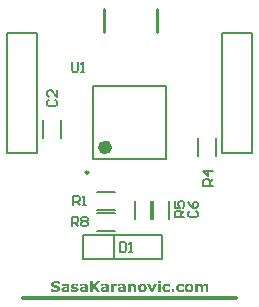
<source format=gto>
G04*
G04 #@! TF.GenerationSoftware,Altium Limited,Altium Designer,21.0.8 (223)*
G04*
G04 Layer_Color=65535*
%FSLAX25Y25*%
%MOIN*%
G70*
G04*
G04 #@! TF.SameCoordinates,D91FEFE4-16E7-4BF4-AD38-342E90C75360*
G04*
G04*
G04 #@! TF.FilePolarity,Positive*
G04*
G01*
G75*
%ADD10C,0.02362*%
%ADD11C,0.00984*%
%ADD12C,0.01000*%
%ADD13C,0.00787*%
%ADD14C,0.00800*%
%ADD15C,0.00700*%
%ADD16C,0.01181*%
%ADD17C,0.00591*%
G36*
X53571Y-93376D02*
X52665D01*
Y-92728D01*
X53571D01*
Y-93376D01*
D02*
G37*
G36*
X18832Y-92826D02*
X18877D01*
X18922Y-92830D01*
X19025Y-92839D01*
X19144Y-92851D01*
X19267Y-92867D01*
X19394Y-92892D01*
X19398D01*
X19410Y-92896D01*
X19427Y-92900D01*
X19451Y-92904D01*
X19480Y-92908D01*
X19517Y-92917D01*
X19554Y-92929D01*
X19599Y-92937D01*
X19689Y-92962D01*
X19792Y-92990D01*
X19890Y-93023D01*
X19988Y-93060D01*
Y-93872D01*
X19886D01*
X19882Y-93864D01*
X19869Y-93856D01*
X19853Y-93843D01*
X19832Y-93831D01*
X19808Y-93814D01*
X19746Y-93774D01*
X19669Y-93728D01*
X19578Y-93683D01*
X19476Y-93634D01*
X19365Y-93589D01*
X19361D01*
X19353Y-93585D01*
X19336Y-93577D01*
X19312Y-93573D01*
X19283Y-93560D01*
X19250Y-93552D01*
X19213Y-93544D01*
X19172Y-93532D01*
X19074Y-93511D01*
X18967Y-93491D01*
X18853Y-93478D01*
X18734Y-93474D01*
X18664D01*
X18627Y-93478D01*
X18590Y-93482D01*
X18504Y-93491D01*
X18500D01*
X18484Y-93495D01*
X18463Y-93499D01*
X18434Y-93503D01*
X18402Y-93511D01*
X18369Y-93523D01*
X18291Y-93548D01*
X18287D01*
X18274Y-93556D01*
X18258Y-93564D01*
X18238Y-93577D01*
X18184Y-93609D01*
X18131Y-93659D01*
X18127Y-93663D01*
X18123Y-93671D01*
X18111Y-93687D01*
X18098Y-93704D01*
X18086Y-93728D01*
X18078Y-93757D01*
X18069Y-93790D01*
X18065Y-93823D01*
Y-93827D01*
Y-93847D01*
X18069Y-93872D01*
X18078Y-93901D01*
X18090Y-93937D01*
X18111Y-93970D01*
X18135Y-94007D01*
X18172Y-94036D01*
X18176Y-94040D01*
X18192Y-94048D01*
X18221Y-94060D01*
X18262Y-94081D01*
X18316Y-94102D01*
X18385Y-94122D01*
X18426Y-94134D01*
X18471Y-94147D01*
X18520Y-94159D01*
X18574Y-94171D01*
X18582D01*
X18607Y-94179D01*
X18643Y-94188D01*
X18693Y-94196D01*
X18750Y-94208D01*
X18812Y-94225D01*
X18947Y-94253D01*
X18955D01*
X18980Y-94261D01*
X19017Y-94270D01*
X19062Y-94278D01*
X19119Y-94294D01*
X19185Y-94311D01*
X19259Y-94331D01*
X19332Y-94356D01*
X19336D01*
X19349Y-94360D01*
X19369Y-94368D01*
X19398Y-94380D01*
X19431Y-94393D01*
X19472Y-94409D01*
X19558Y-94450D01*
X19656Y-94503D01*
X19755Y-94565D01*
X19849Y-94634D01*
X19894Y-94675D01*
X19931Y-94717D01*
X19935Y-94721D01*
X19939Y-94729D01*
X19947Y-94741D01*
X19964Y-94757D01*
X19976Y-94782D01*
X19992Y-94807D01*
X20013Y-94840D01*
X20029Y-94876D01*
X20050Y-94917D01*
X20066Y-94963D01*
X20099Y-95065D01*
X20120Y-95180D01*
X20124Y-95245D01*
X20128Y-95311D01*
Y-95315D01*
Y-95336D01*
X20124Y-95360D01*
X20120Y-95397D01*
X20115Y-95442D01*
X20103Y-95491D01*
X20091Y-95549D01*
X20074Y-95610D01*
X20050Y-95680D01*
X20021Y-95746D01*
X19984Y-95819D01*
X19939Y-95889D01*
X19890Y-95959D01*
X19832Y-96029D01*
X19763Y-96094D01*
X19685Y-96160D01*
X19681Y-96164D01*
X19664Y-96172D01*
X19640Y-96188D01*
X19603Y-96209D01*
X19558Y-96233D01*
X19504Y-96262D01*
X19443Y-96291D01*
X19369Y-96320D01*
X19287Y-96352D01*
X19197Y-96381D01*
X19099Y-96410D01*
X18988Y-96434D01*
X18873Y-96455D01*
X18750Y-96471D01*
X18619Y-96479D01*
X18480Y-96484D01*
X18406D01*
X18369Y-96479D01*
X18324D01*
X18274Y-96475D01*
X18221D01*
X18098Y-96467D01*
X17971Y-96451D01*
X17840Y-96434D01*
X17713Y-96410D01*
X17709D01*
X17700Y-96406D01*
X17680Y-96402D01*
X17660Y-96398D01*
X17631Y-96389D01*
X17594Y-96377D01*
X17557Y-96369D01*
X17516Y-96356D01*
X17422Y-96328D01*
X17319Y-96295D01*
X17213Y-96254D01*
X17106Y-96213D01*
Y-95364D01*
X17204D01*
X17209Y-95368D01*
X17217Y-95372D01*
X17233Y-95385D01*
X17254Y-95401D01*
X17282Y-95422D01*
X17311Y-95442D01*
X17348Y-95467D01*
X17389Y-95491D01*
X17483Y-95549D01*
X17590Y-95606D01*
X17709Y-95664D01*
X17836Y-95713D01*
X17840D01*
X17852Y-95717D01*
X17869Y-95725D01*
X17897Y-95729D01*
X17926Y-95741D01*
X17963Y-95750D01*
X18004Y-95762D01*
X18049Y-95770D01*
X18151Y-95795D01*
X18266Y-95811D01*
X18385Y-95828D01*
X18508Y-95832D01*
X18566D01*
X18598Y-95828D01*
X18635D01*
X18676Y-95824D01*
X18725Y-95819D01*
X18730D01*
X18750Y-95815D01*
X18775D01*
X18803Y-95807D01*
X18877Y-95795D01*
X18914Y-95783D01*
X18947Y-95770D01*
X18951D01*
X18963Y-95762D01*
X18984Y-95754D01*
X19008Y-95741D01*
X19066Y-95709D01*
X19119Y-95668D01*
X19123Y-95664D01*
X19131Y-95655D01*
X19140Y-95639D01*
X19156Y-95618D01*
X19168Y-95590D01*
X19176Y-95557D01*
X19185Y-95520D01*
X19189Y-95475D01*
Y-95471D01*
Y-95455D01*
X19185Y-95434D01*
X19176Y-95405D01*
X19164Y-95377D01*
X19144Y-95340D01*
X19119Y-95307D01*
X19086Y-95274D01*
X19082Y-95270D01*
X19070Y-95262D01*
X19045Y-95245D01*
X19013Y-95225D01*
X18971Y-95204D01*
X18922Y-95184D01*
X18865Y-95163D01*
X18799Y-95147D01*
X18795D01*
X18791Y-95143D01*
X18779D01*
X18767Y-95139D01*
X18725Y-95131D01*
X18672Y-95118D01*
X18611Y-95102D01*
X18537Y-95090D01*
X18459Y-95073D01*
X18377Y-95057D01*
X18369D01*
X18357Y-95053D01*
X18340Y-95049D01*
X18295Y-95040D01*
X18242Y-95028D01*
X18180Y-95012D01*
X18111Y-94995D01*
X17963Y-94950D01*
X17959D01*
X17942Y-94942D01*
X17922Y-94934D01*
X17889Y-94926D01*
X17852Y-94909D01*
X17811Y-94893D01*
X17766Y-94872D01*
X17717Y-94848D01*
X17610Y-94790D01*
X17504Y-94725D01*
X17405Y-94647D01*
X17360Y-94606D01*
X17319Y-94561D01*
Y-94557D01*
X17311Y-94548D01*
X17303Y-94536D01*
X17290Y-94516D01*
X17274Y-94491D01*
X17258Y-94462D01*
X17241Y-94429D01*
X17225Y-94389D01*
X17204Y-94348D01*
X17188Y-94298D01*
X17155Y-94196D01*
X17135Y-94073D01*
X17131Y-94007D01*
X17127Y-93942D01*
Y-93937D01*
Y-93921D01*
X17131Y-93892D01*
X17135Y-93860D01*
X17139Y-93819D01*
X17151Y-93769D01*
X17163Y-93716D01*
X17184Y-93655D01*
X17204Y-93593D01*
X17233Y-93528D01*
X17270Y-93462D01*
X17315Y-93396D01*
X17364Y-93327D01*
X17422Y-93261D01*
X17491Y-93199D01*
X17569Y-93138D01*
X17573Y-93134D01*
X17590Y-93126D01*
X17614Y-93109D01*
X17651Y-93089D01*
X17692Y-93064D01*
X17746Y-93040D01*
X17807Y-93011D01*
X17877Y-92978D01*
X17955Y-92949D01*
X18041Y-92921D01*
X18135Y-92896D01*
X18234Y-92871D01*
X18344Y-92851D01*
X18459Y-92835D01*
X18578Y-92826D01*
X18705Y-92822D01*
X18795D01*
X18832Y-92826D01*
D02*
G37*
G36*
X44564Y-93683D02*
X44601Y-93687D01*
X44642Y-93691D01*
X44691Y-93700D01*
X44740Y-93712D01*
X44847Y-93741D01*
X44904Y-93761D01*
X44961Y-93786D01*
X45015Y-93814D01*
X45068Y-93851D01*
X45117Y-93888D01*
X45166Y-93933D01*
X45171Y-93937D01*
X45179Y-93946D01*
X45191Y-93958D01*
X45203Y-93979D01*
X45224Y-94007D01*
X45244Y-94040D01*
X45265Y-94077D01*
X45289Y-94122D01*
X45314Y-94171D01*
X45335Y-94225D01*
X45355Y-94286D01*
X45375Y-94356D01*
X45388Y-94429D01*
X45400Y-94507D01*
X45408Y-94594D01*
X45412Y-94684D01*
Y-96418D01*
X44556D01*
Y-95098D01*
Y-95090D01*
Y-95069D01*
Y-95036D01*
X44551Y-94995D01*
Y-94946D01*
X44547Y-94893D01*
X44535Y-94774D01*
Y-94766D01*
X44531Y-94749D01*
X44527Y-94721D01*
X44523Y-94684D01*
X44506Y-94606D01*
X44494Y-94573D01*
X44482Y-94540D01*
X44478Y-94536D01*
X44473Y-94524D01*
X44461Y-94507D01*
X44445Y-94491D01*
X44424Y-94466D01*
X44400Y-94446D01*
X44371Y-94425D01*
X44338Y-94409D01*
X44334D01*
X44322Y-94401D01*
X44301Y-94397D01*
X44273Y-94389D01*
X44236Y-94380D01*
X44195Y-94376D01*
X44141Y-94368D01*
X44043D01*
X44010Y-94372D01*
X43977Y-94376D01*
X43936Y-94384D01*
X43850Y-94409D01*
X43846D01*
X43830Y-94417D01*
X43805Y-94425D01*
X43772Y-94438D01*
X43736Y-94454D01*
X43690Y-94475D01*
X43645Y-94499D01*
X43592Y-94528D01*
Y-96418D01*
X42735D01*
Y-93753D01*
X43592D01*
Y-94048D01*
X43596Y-94044D01*
X43600Y-94040D01*
X43613Y-94032D01*
X43629Y-94020D01*
X43674Y-93987D01*
X43731Y-93950D01*
X43797Y-93905D01*
X43871Y-93860D01*
X43949Y-93814D01*
X44027Y-93778D01*
X44031D01*
X44035Y-93774D01*
X44047Y-93769D01*
X44063Y-93761D01*
X44104Y-93745D01*
X44162Y-93728D01*
X44232Y-93712D01*
X44314Y-93696D01*
X44400Y-93683D01*
X44494Y-93679D01*
X44535D01*
X44564Y-93683D01*
D02*
G37*
G36*
X68696D02*
X68733Y-93687D01*
X68774Y-93691D01*
X68819Y-93700D01*
X68868Y-93712D01*
X68975Y-93745D01*
X69033Y-93765D01*
X69086Y-93790D01*
X69139Y-93819D01*
X69188Y-93856D01*
X69238Y-93897D01*
X69283Y-93942D01*
X69287Y-93946D01*
X69291Y-93954D01*
X69303Y-93970D01*
X69319Y-93991D01*
X69336Y-94015D01*
X69352Y-94048D01*
X69373Y-94085D01*
X69397Y-94130D01*
X69418Y-94179D01*
X69438Y-94237D01*
X69455Y-94298D01*
X69471Y-94364D01*
X69488Y-94434D01*
X69500Y-94511D01*
X69504Y-94594D01*
X69508Y-94684D01*
Y-96418D01*
X68651D01*
Y-95086D01*
Y-95081D01*
Y-95077D01*
Y-95053D01*
Y-95016D01*
Y-94971D01*
X68647Y-94917D01*
Y-94864D01*
X68643Y-94807D01*
X68639Y-94753D01*
Y-94749D01*
Y-94729D01*
X68635Y-94704D01*
X68631Y-94675D01*
X68614Y-94602D01*
X68602Y-94565D01*
X68590Y-94532D01*
Y-94528D01*
X68581Y-94520D01*
X68573Y-94503D01*
X68557Y-94487D01*
X68541Y-94466D01*
X68520Y-94446D01*
X68491Y-94425D01*
X68463Y-94409D01*
X68458D01*
X68446Y-94401D01*
X68426Y-94397D01*
X68401Y-94389D01*
X68364Y-94380D01*
X68323Y-94376D01*
X68274Y-94368D01*
X68176D01*
X68151Y-94372D01*
X68118Y-94376D01*
X68085Y-94384D01*
X68007Y-94405D01*
X68003D01*
X67991Y-94413D01*
X67967Y-94421D01*
X67938Y-94434D01*
X67901Y-94450D01*
X67860Y-94471D01*
X67815Y-94499D01*
X67761Y-94528D01*
Y-96418D01*
X66905D01*
Y-95086D01*
Y-95081D01*
Y-95077D01*
Y-95053D01*
Y-95016D01*
Y-94971D01*
X66900Y-94921D01*
Y-94864D01*
X66896Y-94811D01*
X66892Y-94757D01*
Y-94749D01*
Y-94733D01*
X66888Y-94708D01*
X66884Y-94675D01*
X66868Y-94602D01*
X66855Y-94565D01*
X66843Y-94532D01*
Y-94528D01*
X66835Y-94520D01*
X66823Y-94503D01*
X66810Y-94487D01*
X66769Y-94446D01*
X66712Y-94409D01*
X66708D01*
X66695Y-94401D01*
X66675Y-94397D01*
X66650Y-94389D01*
X66614Y-94380D01*
X66572Y-94376D01*
X66523Y-94368D01*
X66449D01*
X66425Y-94372D01*
X66392Y-94376D01*
X66355Y-94380D01*
X66314Y-94389D01*
X66269Y-94405D01*
X66224Y-94421D01*
X66220Y-94425D01*
X66203Y-94429D01*
X66183Y-94442D01*
X66154Y-94454D01*
X66122Y-94471D01*
X66089Y-94487D01*
X66015Y-94528D01*
Y-96418D01*
X65158D01*
Y-93753D01*
X66015D01*
Y-94048D01*
X66019Y-94044D01*
X66023Y-94040D01*
X66035Y-94032D01*
X66052Y-94020D01*
X66093Y-93987D01*
X66150Y-93950D01*
X66212Y-93905D01*
X66281Y-93860D01*
X66359Y-93819D01*
X66433Y-93778D01*
X66437D01*
X66441Y-93774D01*
X66454Y-93769D01*
X66470Y-93761D01*
X66511Y-93745D01*
X66564Y-93728D01*
X66630Y-93712D01*
X66708Y-93696D01*
X66790Y-93683D01*
X66880Y-93679D01*
X66925D01*
X66946Y-93683D01*
X66974D01*
X67036Y-93696D01*
X67110Y-93708D01*
X67188Y-93728D01*
X67265Y-93757D01*
X67343Y-93798D01*
X67347D01*
X67352Y-93802D01*
X67376Y-93819D01*
X67413Y-93847D01*
X67458Y-93884D01*
X67507Y-93933D01*
X67561Y-93995D01*
X67614Y-94065D01*
X67659Y-94143D01*
X67663Y-94138D01*
X67671Y-94134D01*
X67684Y-94122D01*
X67704Y-94106D01*
X67725Y-94089D01*
X67753Y-94069D01*
X67815Y-94020D01*
X67893Y-93966D01*
X67975Y-93909D01*
X68065Y-93856D01*
X68155Y-93806D01*
X68159D01*
X68167Y-93802D01*
X68180Y-93794D01*
X68196Y-93786D01*
X68217Y-93778D01*
X68245Y-93765D01*
X68307Y-93741D01*
X68376Y-93720D01*
X68454Y-93700D01*
X68541Y-93683D01*
X68627Y-93679D01*
X68668D01*
X68696Y-93683D01*
D02*
G37*
G36*
X38902Y-93749D02*
X38910D01*
X38934Y-93753D01*
X38967D01*
X39004Y-93757D01*
Y-94569D01*
X38922D01*
X38918Y-94565D01*
X38902D01*
X38885Y-94561D01*
X38861Y-94557D01*
X38828Y-94552D01*
X38791Y-94548D01*
X38750Y-94544D01*
X38746D01*
X38729Y-94540D01*
X38709D01*
X38680Y-94536D01*
X38615Y-94532D01*
X38483D01*
X38442Y-94536D01*
X38393D01*
X38340Y-94540D01*
X38229Y-94557D01*
X38221D01*
X38205Y-94561D01*
X38176Y-94569D01*
X38139Y-94577D01*
X38094Y-94585D01*
X38045Y-94602D01*
X37987Y-94618D01*
X37930Y-94639D01*
Y-96418D01*
X37073D01*
Y-93753D01*
X37930D01*
Y-94147D01*
X37934Y-94143D01*
X37942Y-94134D01*
X37959Y-94122D01*
X37975Y-94106D01*
X38000Y-94089D01*
X38028Y-94065D01*
X38094Y-94015D01*
X38172Y-93962D01*
X38254Y-93909D01*
X38336Y-93864D01*
X38418Y-93827D01*
X38422D01*
X38426Y-93823D01*
X38438Y-93819D01*
X38455Y-93814D01*
X38492Y-93802D01*
X38545Y-93786D01*
X38602Y-93769D01*
X38668Y-93757D01*
X38734Y-93749D01*
X38799Y-93745D01*
X38861D01*
X38902Y-93749D01*
D02*
G37*
G36*
X31973Y-94520D02*
X33428Y-96418D01*
X32305D01*
X31247Y-95003D01*
X31038Y-95266D01*
Y-96418D01*
X30128D01*
Y-92884D01*
X31038D01*
Y-94487D01*
X32301Y-92884D01*
X33358D01*
X31973Y-94520D01*
D02*
G37*
G36*
X25253Y-93683D02*
X25286D01*
X25326Y-93687D01*
X25413Y-93696D01*
X25511Y-93704D01*
X25613Y-93720D01*
X25716Y-93741D01*
X25720D01*
X25728Y-93745D01*
X25741D01*
X25761Y-93753D01*
X25786Y-93757D01*
X25810Y-93765D01*
X25872Y-93782D01*
X25942Y-93798D01*
X26015Y-93823D01*
X26085Y-93847D01*
X26147Y-93872D01*
Y-94544D01*
X26069D01*
X26065Y-94540D01*
X26040Y-94524D01*
X25999Y-94499D01*
X25946Y-94471D01*
X25880Y-94438D01*
X25806Y-94401D01*
X25728Y-94368D01*
X25638Y-94335D01*
X25634D01*
X25626Y-94331D01*
X25613Y-94327D01*
X25597Y-94323D01*
X25572Y-94315D01*
X25548Y-94306D01*
X25486Y-94290D01*
X25413Y-94278D01*
X25331Y-94261D01*
X25240Y-94253D01*
X25146Y-94249D01*
X25113D01*
X25072Y-94253D01*
X25023Y-94257D01*
X24970Y-94261D01*
X24912Y-94274D01*
X24851Y-94286D01*
X24798Y-94306D01*
X24793Y-94311D01*
X24777Y-94319D01*
X24753Y-94331D01*
X24728Y-94348D01*
X24703Y-94372D01*
X24679Y-94401D01*
X24662Y-94434D01*
X24658Y-94471D01*
Y-94475D01*
Y-94487D01*
X24662Y-94503D01*
X24666Y-94524D01*
X24675Y-94548D01*
X24683Y-94569D01*
X24699Y-94594D01*
X24720Y-94614D01*
X24724Y-94618D01*
X24732Y-94622D01*
X24753Y-94630D01*
X24781Y-94643D01*
X24822Y-94659D01*
X24875Y-94675D01*
X24941Y-94692D01*
X25023Y-94712D01*
X25027D01*
X25044Y-94717D01*
X25072Y-94721D01*
X25105Y-94729D01*
X25146Y-94737D01*
X25195Y-94745D01*
X25245Y-94757D01*
X25302Y-94766D01*
X25310D01*
X25326Y-94770D01*
X25359Y-94774D01*
X25396Y-94782D01*
X25441Y-94790D01*
X25495Y-94803D01*
X25605Y-94827D01*
X25609D01*
X25622Y-94831D01*
X25638Y-94835D01*
X25659Y-94844D01*
X25687Y-94852D01*
X25720Y-94864D01*
X25794Y-94897D01*
X25876Y-94934D01*
X25958Y-94983D01*
X26036Y-95040D01*
X26069Y-95073D01*
X26101Y-95106D01*
Y-95110D01*
X26110Y-95114D01*
X26118Y-95126D01*
X26126Y-95139D01*
X26155Y-95180D01*
X26183Y-95233D01*
X26212Y-95303D01*
X26241Y-95381D01*
X26257Y-95475D01*
X26265Y-95573D01*
Y-95578D01*
Y-95590D01*
X26261Y-95614D01*
Y-95643D01*
X26253Y-95676D01*
X26245Y-95717D01*
X26233Y-95762D01*
X26220Y-95811D01*
X26200Y-95864D01*
X26175Y-95918D01*
X26142Y-95975D01*
X26110Y-96029D01*
X26065Y-96086D01*
X26015Y-96139D01*
X25958Y-96193D01*
X25892Y-96242D01*
X25888Y-96246D01*
X25876Y-96254D01*
X25855Y-96266D01*
X25827Y-96279D01*
X25786Y-96299D01*
X25741Y-96320D01*
X25687Y-96344D01*
X25626Y-96365D01*
X25560Y-96389D01*
X25482Y-96414D01*
X25400Y-96434D01*
X25310Y-96451D01*
X25212Y-96467D01*
X25109Y-96479D01*
X24998Y-96488D01*
X24880Y-96492D01*
X24818D01*
X24789Y-96488D01*
X24712D01*
X24666Y-96484D01*
X24564Y-96475D01*
X24457Y-96463D01*
X24342Y-96447D01*
X24232Y-96426D01*
X24228D01*
X24219Y-96422D01*
X24203Y-96418D01*
X24183Y-96414D01*
X24162Y-96410D01*
X24133Y-96402D01*
X24068Y-96381D01*
X23994Y-96361D01*
X23916Y-96336D01*
X23842Y-96307D01*
X23773Y-96279D01*
Y-95578D01*
X23855D01*
X23863Y-95586D01*
X23875Y-95594D01*
X23891Y-95606D01*
X23937Y-95639D01*
X23994Y-95676D01*
X23998Y-95680D01*
X24010Y-95684D01*
X24031Y-95696D01*
X24056Y-95709D01*
X24092Y-95729D01*
X24133Y-95746D01*
X24183Y-95766D01*
X24236Y-95791D01*
X24240Y-95795D01*
X24261Y-95799D01*
X24285Y-95811D01*
X24322Y-95824D01*
X24367Y-95840D01*
X24416Y-95856D01*
X24474Y-95869D01*
X24535Y-95885D01*
X24543D01*
X24564Y-95889D01*
X24597Y-95897D01*
X24642Y-95901D01*
X24699Y-95910D01*
X24757Y-95918D01*
X24826Y-95922D01*
X24937D01*
X24982Y-95918D01*
X25039Y-95914D01*
X25097Y-95910D01*
X25163Y-95897D01*
X25220Y-95885D01*
X25269Y-95869D01*
X25273Y-95864D01*
X25290Y-95856D01*
X25310Y-95844D01*
X25331Y-95828D01*
X25355Y-95803D01*
X25372Y-95774D01*
X25388Y-95741D01*
X25392Y-95705D01*
Y-95701D01*
Y-95688D01*
X25388Y-95672D01*
X25384Y-95651D01*
X25376Y-95627D01*
X25359Y-95602D01*
X25343Y-95582D01*
X25318Y-95565D01*
X25314Y-95561D01*
X25306Y-95557D01*
X25286Y-95549D01*
X25257Y-95537D01*
X25220Y-95524D01*
X25175Y-95508D01*
X25117Y-95495D01*
X25048Y-95479D01*
X25044D01*
X25031Y-95475D01*
X25011Y-95471D01*
X24982Y-95467D01*
X24945Y-95459D01*
X24900Y-95450D01*
X24847Y-95442D01*
X24789Y-95434D01*
X24781D01*
X24761Y-95430D01*
X24732Y-95422D01*
X24695Y-95414D01*
X24650Y-95405D01*
X24601Y-95397D01*
X24498Y-95372D01*
X24494D01*
X24482Y-95368D01*
X24465Y-95364D01*
X24437Y-95356D01*
X24408Y-95344D01*
X24375Y-95332D01*
X24293Y-95299D01*
X24207Y-95258D01*
X24117Y-95209D01*
X24031Y-95147D01*
X23994Y-95114D01*
X23957Y-95077D01*
Y-95073D01*
X23949Y-95069D01*
X23941Y-95057D01*
X23928Y-95040D01*
X23916Y-95020D01*
X23904Y-94999D01*
X23871Y-94938D01*
X23838Y-94868D01*
X23814Y-94782D01*
X23793Y-94684D01*
X23785Y-94577D01*
Y-94573D01*
Y-94561D01*
X23789Y-94540D01*
Y-94511D01*
X23797Y-94479D01*
X23805Y-94442D01*
X23814Y-94401D01*
X23830Y-94352D01*
X23851Y-94302D01*
X23875Y-94253D01*
X23904Y-94200D01*
X23937Y-94143D01*
X23978Y-94089D01*
X24027Y-94036D01*
X24084Y-93987D01*
X24146Y-93937D01*
X24150Y-93933D01*
X24162Y-93925D01*
X24183Y-93913D01*
X24211Y-93897D01*
X24248Y-93876D01*
X24293Y-93856D01*
X24347Y-93831D01*
X24408Y-93806D01*
X24474Y-93786D01*
X24547Y-93761D01*
X24630Y-93741D01*
X24720Y-93720D01*
X24814Y-93704D01*
X24916Y-93691D01*
X25027Y-93683D01*
X25142Y-93679D01*
X25220D01*
X25253Y-93683D01*
D02*
G37*
G36*
X60422D02*
X60492Y-93687D01*
X60570Y-93696D01*
X60652Y-93704D01*
X60742Y-93720D01*
X60828Y-93741D01*
X60833D01*
X60841Y-93745D01*
X60853D01*
X60869Y-93753D01*
X60910Y-93765D01*
X60968Y-93782D01*
X61033Y-93802D01*
X61107Y-93831D01*
X61181Y-93860D01*
X61259Y-93897D01*
Y-94622D01*
X61132D01*
X61128Y-94614D01*
X61103Y-94594D01*
X61066Y-94565D01*
X61017Y-94524D01*
X61013Y-94520D01*
X61005Y-94516D01*
X60988Y-94503D01*
X60968Y-94487D01*
X60943Y-94471D01*
X60914Y-94454D01*
X60845Y-94413D01*
X60841Y-94409D01*
X60828Y-94405D01*
X60808Y-94393D01*
X60783Y-94380D01*
X60751Y-94368D01*
X60714Y-94356D01*
X60632Y-94327D01*
X60628D01*
X60611Y-94323D01*
X60587Y-94315D01*
X60554Y-94306D01*
X60517Y-94302D01*
X60468Y-94294D01*
X60418Y-94290D01*
X60328D01*
X60304Y-94294D01*
X60275Y-94298D01*
X60242Y-94302D01*
X60168Y-94319D01*
X60082Y-94343D01*
X59996Y-94380D01*
X59955Y-94405D01*
X59910Y-94434D01*
X59873Y-94471D01*
X59836Y-94507D01*
Y-94511D01*
X59828Y-94516D01*
X59820Y-94528D01*
X59807Y-94548D01*
X59795Y-94569D01*
X59779Y-94598D01*
X59762Y-94626D01*
X59746Y-94663D01*
X59730Y-94704D01*
X59713Y-94745D01*
X59697Y-94794D01*
X59684Y-94848D01*
X59664Y-94967D01*
X59660Y-95028D01*
X59656Y-95098D01*
Y-95102D01*
Y-95114D01*
Y-95135D01*
X59660Y-95159D01*
Y-95192D01*
X59664Y-95229D01*
X59680Y-95315D01*
X59701Y-95409D01*
X59734Y-95504D01*
X59779Y-95598D01*
X59807Y-95639D01*
X59840Y-95680D01*
X59844Y-95684D01*
X59848Y-95688D01*
X59861Y-95696D01*
X59877Y-95709D01*
X59894Y-95725D01*
X59918Y-95741D01*
X59947Y-95758D01*
X59980Y-95778D01*
X60053Y-95815D01*
X60148Y-95844D01*
X60254Y-95869D01*
X60316Y-95873D01*
X60377Y-95877D01*
X60435D01*
X60472Y-95873D01*
X60517Y-95869D01*
X60566Y-95864D01*
X60664Y-95844D01*
X60668D01*
X60685Y-95836D01*
X60710Y-95828D01*
X60742Y-95819D01*
X60812Y-95791D01*
X60849Y-95774D01*
X60882Y-95758D01*
X60886Y-95754D01*
X60894Y-95750D01*
X60910Y-95741D01*
X60927Y-95725D01*
X60972Y-95696D01*
X61021Y-95660D01*
X61025Y-95655D01*
X61033Y-95651D01*
X61042Y-95639D01*
X61058Y-95627D01*
X61095Y-95594D01*
X61136Y-95553D01*
X61259D01*
Y-96283D01*
X61255D01*
X61251Y-96287D01*
X61238Y-96291D01*
X61222Y-96299D01*
X61181Y-96315D01*
X61128Y-96336D01*
X61066Y-96361D01*
X60992Y-96385D01*
X60914Y-96410D01*
X60833Y-96430D01*
X60828D01*
X60824Y-96434D01*
X60812D01*
X60796Y-96438D01*
X60775Y-96443D01*
X60751Y-96447D01*
X60689Y-96459D01*
X60619Y-96471D01*
X60537Y-96479D01*
X60447Y-96484D01*
X60349Y-96488D01*
X60291D01*
X60259Y-96484D01*
X60222D01*
X60185Y-96479D01*
X60140Y-96475D01*
X60041Y-96467D01*
X59935Y-96455D01*
X59824Y-96434D01*
X59713Y-96406D01*
X59709D01*
X59701Y-96402D01*
X59684Y-96398D01*
X59664Y-96389D01*
X59639Y-96381D01*
X59611Y-96369D01*
X59545Y-96344D01*
X59463Y-96307D01*
X59381Y-96262D01*
X59295Y-96213D01*
X59213Y-96152D01*
X59209Y-96147D01*
X59205Y-96143D01*
X59176Y-96119D01*
X59139Y-96082D01*
X59094Y-96033D01*
X59041Y-95971D01*
X58983Y-95897D01*
X58934Y-95811D01*
X58885Y-95717D01*
Y-95713D01*
X58881Y-95705D01*
X58873Y-95688D01*
X58869Y-95668D01*
X58860Y-95643D01*
X58848Y-95614D01*
X58840Y-95578D01*
X58828Y-95541D01*
X58815Y-95495D01*
X58807Y-95450D01*
X58787Y-95344D01*
X58774Y-95225D01*
X58770Y-95098D01*
Y-95094D01*
Y-95081D01*
Y-95061D01*
X58774Y-95036D01*
Y-95003D01*
X58778Y-94967D01*
X58783Y-94921D01*
X58787Y-94876D01*
X58799Y-94778D01*
X58824Y-94667D01*
X58852Y-94561D01*
X58893Y-94454D01*
Y-94450D01*
X58897Y-94442D01*
X58906Y-94429D01*
X58918Y-94409D01*
X58930Y-94384D01*
X58942Y-94360D01*
X58983Y-94298D01*
X59033Y-94225D01*
X59094Y-94151D01*
X59164Y-94077D01*
X59242Y-94007D01*
X59246D01*
X59250Y-93999D01*
X59262Y-93991D01*
X59279Y-93979D01*
X59299Y-93966D01*
X59324Y-93950D01*
X59385Y-93913D01*
X59455Y-93872D01*
X59541Y-93831D01*
X59635Y-93794D01*
X59738Y-93761D01*
X59742D01*
X59750Y-93757D01*
X59767Y-93753D01*
X59787Y-93749D01*
X59812Y-93741D01*
X59844Y-93737D01*
X59877Y-93728D01*
X59918Y-93720D01*
X60004Y-93704D01*
X60103Y-93691D01*
X60213Y-93683D01*
X60324Y-93679D01*
X60394D01*
X60422Y-93683D01*
D02*
G37*
G36*
X55810D02*
X55880Y-93687D01*
X55958Y-93696D01*
X56040Y-93704D01*
X56130Y-93720D01*
X56216Y-93741D01*
X56220D01*
X56228Y-93745D01*
X56240D01*
X56257Y-93753D01*
X56298Y-93765D01*
X56355Y-93782D01*
X56421Y-93802D01*
X56495Y-93831D01*
X56568Y-93860D01*
X56646Y-93897D01*
Y-94622D01*
X56519D01*
X56515Y-94614D01*
X56491Y-94594D01*
X56454Y-94565D01*
X56405Y-94524D01*
X56400Y-94520D01*
X56392Y-94516D01*
X56376Y-94503D01*
X56355Y-94487D01*
X56331Y-94471D01*
X56302Y-94454D01*
X56232Y-94413D01*
X56228Y-94409D01*
X56216Y-94405D01*
X56195Y-94393D01*
X56171Y-94380D01*
X56138Y-94368D01*
X56101Y-94356D01*
X56019Y-94327D01*
X56015D01*
X55999Y-94323D01*
X55974Y-94315D01*
X55941Y-94306D01*
X55904Y-94302D01*
X55855Y-94294D01*
X55806Y-94290D01*
X55716D01*
X55691Y-94294D01*
X55662Y-94298D01*
X55630Y-94302D01*
X55556Y-94319D01*
X55470Y-94343D01*
X55384Y-94380D01*
X55343Y-94405D01*
X55297Y-94434D01*
X55261Y-94471D01*
X55224Y-94507D01*
Y-94511D01*
X55216Y-94516D01*
X55207Y-94528D01*
X55195Y-94548D01*
X55183Y-94569D01*
X55166Y-94598D01*
X55150Y-94626D01*
X55133Y-94663D01*
X55117Y-94704D01*
X55101Y-94745D01*
X55084Y-94794D01*
X55072Y-94848D01*
X55051Y-94967D01*
X55047Y-95028D01*
X55043Y-95098D01*
Y-95102D01*
Y-95114D01*
Y-95135D01*
X55047Y-95159D01*
Y-95192D01*
X55051Y-95229D01*
X55068Y-95315D01*
X55088Y-95409D01*
X55121Y-95504D01*
X55166Y-95598D01*
X55195Y-95639D01*
X55228Y-95680D01*
X55232Y-95684D01*
X55236Y-95688D01*
X55248Y-95696D01*
X55265Y-95709D01*
X55281Y-95725D01*
X55306Y-95741D01*
X55334Y-95758D01*
X55367Y-95778D01*
X55441Y-95815D01*
X55535Y-95844D01*
X55642Y-95869D01*
X55703Y-95873D01*
X55765Y-95877D01*
X55822D01*
X55859Y-95873D01*
X55904Y-95869D01*
X55954Y-95864D01*
X56052Y-95844D01*
X56056D01*
X56072Y-95836D01*
X56097Y-95828D01*
X56130Y-95819D01*
X56200Y-95791D01*
X56236Y-95774D01*
X56269Y-95758D01*
X56273Y-95754D01*
X56282Y-95750D01*
X56298Y-95741D01*
X56314Y-95725D01*
X56359Y-95696D01*
X56409Y-95660D01*
X56413Y-95655D01*
X56421Y-95651D01*
X56429Y-95639D01*
X56445Y-95627D01*
X56482Y-95594D01*
X56523Y-95553D01*
X56646D01*
Y-96283D01*
X56642D01*
X56638Y-96287D01*
X56626Y-96291D01*
X56609Y-96299D01*
X56568Y-96315D01*
X56515Y-96336D01*
X56454Y-96361D01*
X56380Y-96385D01*
X56302Y-96410D01*
X56220Y-96430D01*
X56216D01*
X56212Y-96434D01*
X56200D01*
X56183Y-96438D01*
X56163Y-96443D01*
X56138Y-96447D01*
X56077Y-96459D01*
X56007Y-96471D01*
X55925Y-96479D01*
X55835Y-96484D01*
X55736Y-96488D01*
X55679D01*
X55646Y-96484D01*
X55609D01*
X55572Y-96479D01*
X55527Y-96475D01*
X55429Y-96467D01*
X55322Y-96455D01*
X55211Y-96434D01*
X55101Y-96406D01*
X55097D01*
X55088Y-96402D01*
X55072Y-96398D01*
X55051Y-96389D01*
X55027Y-96381D01*
X54998Y-96369D01*
X54933Y-96344D01*
X54851Y-96307D01*
X54769Y-96262D01*
X54682Y-96213D01*
X54601Y-96152D01*
X54596Y-96147D01*
X54592Y-96143D01*
X54564Y-96119D01*
X54527Y-96082D01*
X54482Y-96033D01*
X54428Y-95971D01*
X54371Y-95897D01*
X54322Y-95811D01*
X54273Y-95717D01*
Y-95713D01*
X54268Y-95705D01*
X54260Y-95688D01*
X54256Y-95668D01*
X54248Y-95643D01*
X54236Y-95614D01*
X54227Y-95578D01*
X54215Y-95541D01*
X54203Y-95495D01*
X54195Y-95450D01*
X54174Y-95344D01*
X54162Y-95225D01*
X54158Y-95098D01*
Y-95094D01*
Y-95081D01*
Y-95061D01*
X54162Y-95036D01*
Y-95003D01*
X54166Y-94967D01*
X54170Y-94921D01*
X54174Y-94876D01*
X54186Y-94778D01*
X54211Y-94667D01*
X54240Y-94561D01*
X54281Y-94454D01*
Y-94450D01*
X54285Y-94442D01*
X54293Y-94429D01*
X54305Y-94409D01*
X54318Y-94384D01*
X54330Y-94360D01*
X54371Y-94298D01*
X54420Y-94225D01*
X54482Y-94151D01*
X54551Y-94077D01*
X54629Y-94007D01*
X54633D01*
X54637Y-93999D01*
X54650Y-93991D01*
X54666Y-93979D01*
X54687Y-93966D01*
X54711Y-93950D01*
X54773Y-93913D01*
X54842Y-93872D01*
X54928Y-93831D01*
X55023Y-93794D01*
X55125Y-93761D01*
X55129D01*
X55138Y-93757D01*
X55154Y-93753D01*
X55174Y-93749D01*
X55199Y-93741D01*
X55232Y-93737D01*
X55265Y-93728D01*
X55306Y-93720D01*
X55392Y-93704D01*
X55490Y-93691D01*
X55601Y-93683D01*
X55712Y-93679D01*
X55781D01*
X55810Y-93683D01*
D02*
G37*
G36*
X51189Y-96418D02*
X50222D01*
X49201Y-93753D01*
X50099D01*
X50718Y-95594D01*
X51333Y-93753D01*
X52218D01*
X51189Y-96418D01*
D02*
G37*
G36*
X58126D02*
X57241D01*
Y-95487D01*
X58126D01*
Y-96418D01*
D02*
G37*
G36*
X53547D02*
X52690D01*
Y-93753D01*
X53547D01*
Y-96418D01*
D02*
G37*
G36*
X40693Y-93683D02*
X40755Y-93687D01*
X40824Y-93691D01*
X40898Y-93700D01*
X40980Y-93708D01*
X41153Y-93733D01*
X41329Y-93774D01*
X41411Y-93798D01*
X41489Y-93831D01*
X41563Y-93864D01*
X41628Y-93905D01*
X41632Y-93909D01*
X41640Y-93917D01*
X41657Y-93929D01*
X41677Y-93946D01*
X41702Y-93970D01*
X41731Y-94003D01*
X41759Y-94036D01*
X41792Y-94077D01*
X41821Y-94122D01*
X41849Y-94175D01*
X41878Y-94233D01*
X41903Y-94298D01*
X41923Y-94368D01*
X41940Y-94442D01*
X41948Y-94524D01*
X41952Y-94610D01*
Y-96418D01*
X41103D01*
Y-96139D01*
X41099Y-96143D01*
X41091Y-96147D01*
X41075Y-96160D01*
X41054Y-96172D01*
X41030Y-96193D01*
X41001Y-96213D01*
X40931Y-96262D01*
X40927Y-96266D01*
X40915Y-96275D01*
X40894Y-96287D01*
X40870Y-96303D01*
X40841Y-96324D01*
X40808Y-96344D01*
X40738Y-96381D01*
X40734D01*
X40718Y-96389D01*
X40693Y-96398D01*
X40661Y-96410D01*
X40620Y-96422D01*
X40578Y-96434D01*
X40480Y-96459D01*
X40476D01*
X40455Y-96463D01*
X40431Y-96467D01*
X40394Y-96471D01*
X40349Y-96479D01*
X40300Y-96484D01*
X40242Y-96488D01*
X40148D01*
X40123Y-96484D01*
X40091Y-96479D01*
X40050Y-96475D01*
X40009Y-96467D01*
X39963Y-96459D01*
X39861Y-96430D01*
X39808Y-96410D01*
X39754Y-96389D01*
X39701Y-96361D01*
X39648Y-96332D01*
X39599Y-96295D01*
X39549Y-96254D01*
X39545Y-96250D01*
X39537Y-96242D01*
X39525Y-96229D01*
X39508Y-96213D01*
X39492Y-96188D01*
X39467Y-96160D01*
X39447Y-96127D01*
X39422Y-96090D01*
X39398Y-96049D01*
X39377Y-96004D01*
X39336Y-95901D01*
X39320Y-95844D01*
X39307Y-95787D01*
X39299Y-95721D01*
X39295Y-95655D01*
Y-95651D01*
Y-95643D01*
Y-95627D01*
X39299Y-95606D01*
Y-95582D01*
X39303Y-95553D01*
X39312Y-95487D01*
X39328Y-95409D01*
X39349Y-95332D01*
X39381Y-95254D01*
X39422Y-95180D01*
Y-95176D01*
X39430Y-95172D01*
X39447Y-95151D01*
X39476Y-95114D01*
X39517Y-95073D01*
X39570Y-95028D01*
X39636Y-94979D01*
X39709Y-94930D01*
X39791Y-94889D01*
X39795D01*
X39804Y-94885D01*
X39816Y-94876D01*
X39832Y-94872D01*
X39857Y-94864D01*
X39886Y-94852D01*
X39918Y-94840D01*
X39955Y-94831D01*
X40037Y-94807D01*
X40140Y-94778D01*
X40251Y-94757D01*
X40378Y-94737D01*
X40382D01*
X40394Y-94733D01*
X40415D01*
X40439Y-94729D01*
X40472Y-94725D01*
X40509Y-94721D01*
X40554Y-94717D01*
X40603Y-94712D01*
X40652Y-94704D01*
X40710Y-94700D01*
X40833Y-94688D01*
X40968Y-94675D01*
X41107Y-94667D01*
Y-94655D01*
Y-94651D01*
Y-94647D01*
Y-94634D01*
X41103Y-94618D01*
X41099Y-94581D01*
X41087Y-94532D01*
X41062Y-94483D01*
X41030Y-94434D01*
X40988Y-94389D01*
X40960Y-94368D01*
X40927Y-94352D01*
X40919Y-94348D01*
X40907Y-94343D01*
X40894Y-94339D01*
X40874Y-94331D01*
X40853Y-94323D01*
X40824Y-94315D01*
X40792Y-94306D01*
X40718Y-94294D01*
X40628Y-94278D01*
X40521Y-94270D01*
X40398Y-94266D01*
X40361D01*
X40320Y-94270D01*
X40263Y-94274D01*
X40193Y-94286D01*
X40119Y-94298D01*
X40033Y-94319D01*
X39947Y-94343D01*
X39943D01*
X39935Y-94348D01*
X39927Y-94352D01*
X39910Y-94356D01*
X39865Y-94368D01*
X39816Y-94384D01*
X39759Y-94401D01*
X39705Y-94421D01*
X39652Y-94438D01*
X39607Y-94454D01*
X39529D01*
Y-93814D01*
X39537D01*
X39553Y-93806D01*
X39586Y-93798D01*
X39631Y-93790D01*
X39693Y-93778D01*
X39767Y-93761D01*
X39857Y-93745D01*
X39963Y-93728D01*
X39968D01*
X39976Y-93724D01*
X39992D01*
X40017Y-93720D01*
X40045Y-93716D01*
X40078Y-93712D01*
X40115Y-93708D01*
X40156Y-93704D01*
X40246Y-93696D01*
X40353Y-93687D01*
X40460Y-93679D01*
X40644D01*
X40693Y-93683D01*
D02*
G37*
G36*
X35031D02*
X35093Y-93687D01*
X35162Y-93691D01*
X35236Y-93700D01*
X35318Y-93708D01*
X35490Y-93733D01*
X35667Y-93774D01*
X35749Y-93798D01*
X35827Y-93831D01*
X35900Y-93864D01*
X35966Y-93905D01*
X35970Y-93909D01*
X35978Y-93917D01*
X35995Y-93929D01*
X36015Y-93946D01*
X36040Y-93970D01*
X36068Y-94003D01*
X36097Y-94036D01*
X36130Y-94077D01*
X36159Y-94122D01*
X36187Y-94175D01*
X36216Y-94233D01*
X36241Y-94298D01*
X36261Y-94368D01*
X36278Y-94442D01*
X36286Y-94524D01*
X36290Y-94610D01*
Y-96418D01*
X35441D01*
Y-96139D01*
X35437Y-96143D01*
X35429Y-96147D01*
X35412Y-96160D01*
X35392Y-96172D01*
X35367Y-96193D01*
X35339Y-96213D01*
X35269Y-96262D01*
X35265Y-96266D01*
X35253Y-96275D01*
X35232Y-96287D01*
X35208Y-96303D01*
X35179Y-96324D01*
X35146Y-96344D01*
X35076Y-96381D01*
X35072D01*
X35056Y-96389D01*
X35031Y-96398D01*
X34998Y-96410D01*
X34957Y-96422D01*
X34916Y-96434D01*
X34818Y-96459D01*
X34814D01*
X34793Y-96463D01*
X34769Y-96467D01*
X34732Y-96471D01*
X34687Y-96479D01*
X34638Y-96484D01*
X34580Y-96488D01*
X34486D01*
X34461Y-96484D01*
X34429Y-96479D01*
X34387Y-96475D01*
X34347Y-96467D01*
X34301Y-96459D01*
X34199Y-96430D01*
X34146Y-96410D01*
X34092Y-96389D01*
X34039Y-96361D01*
X33986Y-96332D01*
X33937Y-96295D01*
X33887Y-96254D01*
X33883Y-96250D01*
X33875Y-96242D01*
X33863Y-96229D01*
X33846Y-96213D01*
X33830Y-96188D01*
X33805Y-96160D01*
X33785Y-96127D01*
X33760Y-96090D01*
X33736Y-96049D01*
X33715Y-96004D01*
X33674Y-95901D01*
X33658Y-95844D01*
X33645Y-95787D01*
X33637Y-95721D01*
X33633Y-95655D01*
Y-95651D01*
Y-95643D01*
Y-95627D01*
X33637Y-95606D01*
Y-95582D01*
X33641Y-95553D01*
X33650Y-95487D01*
X33666Y-95409D01*
X33686Y-95332D01*
X33719Y-95254D01*
X33760Y-95180D01*
Y-95176D01*
X33768Y-95172D01*
X33785Y-95151D01*
X33814Y-95114D01*
X33854Y-95073D01*
X33908Y-95028D01*
X33973Y-94979D01*
X34047Y-94930D01*
X34129Y-94889D01*
X34133D01*
X34141Y-94885D01*
X34154Y-94876D01*
X34170Y-94872D01*
X34195Y-94864D01*
X34223Y-94852D01*
X34256Y-94840D01*
X34293Y-94831D01*
X34375Y-94807D01*
X34478Y-94778D01*
X34588Y-94757D01*
X34716Y-94737D01*
X34720D01*
X34732Y-94733D01*
X34752D01*
X34777Y-94729D01*
X34810Y-94725D01*
X34847Y-94721D01*
X34892Y-94717D01*
X34941Y-94712D01*
X34990Y-94704D01*
X35048Y-94700D01*
X35171Y-94688D01*
X35306Y-94675D01*
X35445Y-94667D01*
Y-94655D01*
Y-94651D01*
Y-94647D01*
Y-94634D01*
X35441Y-94618D01*
X35437Y-94581D01*
X35425Y-94532D01*
X35400Y-94483D01*
X35367Y-94434D01*
X35326Y-94389D01*
X35298Y-94368D01*
X35265Y-94352D01*
X35257Y-94348D01*
X35244Y-94343D01*
X35232Y-94339D01*
X35212Y-94331D01*
X35191Y-94323D01*
X35162Y-94315D01*
X35130Y-94306D01*
X35056Y-94294D01*
X34966Y-94278D01*
X34859Y-94270D01*
X34736Y-94266D01*
X34699D01*
X34658Y-94270D01*
X34601Y-94274D01*
X34531Y-94286D01*
X34457Y-94298D01*
X34371Y-94319D01*
X34285Y-94343D01*
X34281D01*
X34273Y-94348D01*
X34264Y-94352D01*
X34248Y-94356D01*
X34203Y-94368D01*
X34154Y-94384D01*
X34096Y-94401D01*
X34043Y-94421D01*
X33990Y-94438D01*
X33945Y-94454D01*
X33867D01*
Y-93814D01*
X33875D01*
X33891Y-93806D01*
X33924Y-93798D01*
X33969Y-93790D01*
X34031Y-93778D01*
X34105Y-93761D01*
X34195Y-93745D01*
X34301Y-93728D01*
X34306D01*
X34314Y-93724D01*
X34330D01*
X34355Y-93720D01*
X34383Y-93716D01*
X34416Y-93712D01*
X34453Y-93708D01*
X34494Y-93704D01*
X34584Y-93696D01*
X34691Y-93687D01*
X34797Y-93679D01*
X34982D01*
X35031Y-93683D01*
D02*
G37*
G36*
X28037D02*
X28098Y-93687D01*
X28168Y-93691D01*
X28242Y-93700D01*
X28324Y-93708D01*
X28496Y-93733D01*
X28672Y-93774D01*
X28754Y-93798D01*
X28832Y-93831D01*
X28906Y-93864D01*
X28971Y-93905D01*
X28975Y-93909D01*
X28984Y-93917D01*
X29000Y-93929D01*
X29021Y-93946D01*
X29045Y-93970D01*
X29074Y-94003D01*
X29103Y-94036D01*
X29135Y-94077D01*
X29164Y-94122D01*
X29193Y-94175D01*
X29221Y-94233D01*
X29246Y-94298D01*
X29267Y-94368D01*
X29283Y-94442D01*
X29291Y-94524D01*
X29295Y-94610D01*
Y-96418D01*
X28447D01*
Y-96139D01*
X28442Y-96143D01*
X28434Y-96147D01*
X28418Y-96160D01*
X28397Y-96172D01*
X28373Y-96193D01*
X28344Y-96213D01*
X28274Y-96262D01*
X28270Y-96266D01*
X28258Y-96275D01*
X28238Y-96287D01*
X28213Y-96303D01*
X28184Y-96324D01*
X28151Y-96344D01*
X28082Y-96381D01*
X28078D01*
X28061Y-96389D01*
X28037Y-96398D01*
X28004Y-96410D01*
X27963Y-96422D01*
X27922Y-96434D01*
X27823Y-96459D01*
X27819D01*
X27799Y-96463D01*
X27774Y-96467D01*
X27737Y-96471D01*
X27692Y-96479D01*
X27643Y-96484D01*
X27586Y-96488D01*
X27491D01*
X27467Y-96484D01*
X27434Y-96479D01*
X27393Y-96475D01*
X27352Y-96467D01*
X27307Y-96459D01*
X27204Y-96430D01*
X27151Y-96410D01*
X27098Y-96389D01*
X27044Y-96361D01*
X26991Y-96332D01*
X26942Y-96295D01*
X26893Y-96254D01*
X26889Y-96250D01*
X26880Y-96242D01*
X26868Y-96229D01*
X26852Y-96213D01*
X26835Y-96188D01*
X26811Y-96160D01*
X26790Y-96127D01*
X26766Y-96090D01*
X26741Y-96049D01*
X26720Y-96004D01*
X26680Y-95901D01*
X26663Y-95844D01*
X26651Y-95787D01*
X26643Y-95721D01*
X26638Y-95655D01*
Y-95651D01*
Y-95643D01*
Y-95627D01*
X26643Y-95606D01*
Y-95582D01*
X26647Y-95553D01*
X26655Y-95487D01*
X26671Y-95409D01*
X26692Y-95332D01*
X26725Y-95254D01*
X26766Y-95180D01*
Y-95176D01*
X26774Y-95172D01*
X26790Y-95151D01*
X26819Y-95114D01*
X26860Y-95073D01*
X26913Y-95028D01*
X26979Y-94979D01*
X27053Y-94930D01*
X27135Y-94889D01*
X27139D01*
X27147Y-94885D01*
X27159Y-94876D01*
X27176Y-94872D01*
X27200Y-94864D01*
X27229Y-94852D01*
X27262Y-94840D01*
X27299Y-94831D01*
X27381Y-94807D01*
X27483Y-94778D01*
X27594Y-94757D01*
X27721Y-94737D01*
X27725D01*
X27737Y-94733D01*
X27758D01*
X27782Y-94729D01*
X27815Y-94725D01*
X27852Y-94721D01*
X27897Y-94717D01*
X27946Y-94712D01*
X27996Y-94704D01*
X28053Y-94700D01*
X28176Y-94688D01*
X28311Y-94675D01*
X28451Y-94667D01*
Y-94655D01*
Y-94651D01*
Y-94647D01*
Y-94634D01*
X28447Y-94618D01*
X28442Y-94581D01*
X28430Y-94532D01*
X28406Y-94483D01*
X28373Y-94434D01*
X28332Y-94389D01*
X28303Y-94368D01*
X28270Y-94352D01*
X28262Y-94348D01*
X28250Y-94343D01*
X28238Y-94339D01*
X28217Y-94331D01*
X28196Y-94323D01*
X28168Y-94315D01*
X28135Y-94306D01*
X28061Y-94294D01*
X27971Y-94278D01*
X27864Y-94270D01*
X27741Y-94266D01*
X27705D01*
X27663Y-94270D01*
X27606Y-94274D01*
X27536Y-94286D01*
X27463Y-94298D01*
X27376Y-94319D01*
X27290Y-94343D01*
X27286D01*
X27278Y-94348D01*
X27270Y-94352D01*
X27253Y-94356D01*
X27208Y-94368D01*
X27159Y-94384D01*
X27102Y-94401D01*
X27049Y-94421D01*
X26995Y-94438D01*
X26950Y-94454D01*
X26872D01*
Y-93814D01*
X26880D01*
X26897Y-93806D01*
X26930Y-93798D01*
X26975Y-93790D01*
X27036Y-93778D01*
X27110Y-93761D01*
X27200Y-93745D01*
X27307Y-93728D01*
X27311D01*
X27319Y-93724D01*
X27336D01*
X27360Y-93720D01*
X27389Y-93716D01*
X27422Y-93712D01*
X27459Y-93708D01*
X27499Y-93704D01*
X27590Y-93696D01*
X27696Y-93687D01*
X27803Y-93679D01*
X27987D01*
X28037Y-93683D01*
D02*
G37*
G36*
X21907D02*
X21969Y-93687D01*
X22038Y-93691D01*
X22112Y-93700D01*
X22194Y-93708D01*
X22366Y-93733D01*
X22543Y-93774D01*
X22625Y-93798D01*
X22703Y-93831D01*
X22776Y-93864D01*
X22842Y-93905D01*
X22846Y-93909D01*
X22854Y-93917D01*
X22871Y-93929D01*
X22891Y-93946D01*
X22916Y-93970D01*
X22944Y-94003D01*
X22973Y-94036D01*
X23006Y-94077D01*
X23035Y-94122D01*
X23063Y-94175D01*
X23092Y-94233D01*
X23117Y-94298D01*
X23137Y-94368D01*
X23154Y-94442D01*
X23162Y-94524D01*
X23166Y-94610D01*
Y-96418D01*
X22317D01*
Y-96139D01*
X22313Y-96143D01*
X22305Y-96147D01*
X22288Y-96160D01*
X22268Y-96172D01*
X22243Y-96193D01*
X22215Y-96213D01*
X22145Y-96262D01*
X22141Y-96266D01*
X22129Y-96275D01*
X22108Y-96287D01*
X22083Y-96303D01*
X22055Y-96324D01*
X22022Y-96344D01*
X21952Y-96381D01*
X21948D01*
X21932Y-96389D01*
X21907Y-96398D01*
X21874Y-96410D01*
X21833Y-96422D01*
X21792Y-96434D01*
X21694Y-96459D01*
X21690D01*
X21669Y-96463D01*
X21645Y-96467D01*
X21608Y-96471D01*
X21563Y-96479D01*
X21513Y-96484D01*
X21456Y-96488D01*
X21362D01*
X21337Y-96484D01*
X21304Y-96479D01*
X21263Y-96475D01*
X21222Y-96467D01*
X21177Y-96459D01*
X21075Y-96430D01*
X21022Y-96410D01*
X20968Y-96389D01*
X20915Y-96361D01*
X20862Y-96332D01*
X20812Y-96295D01*
X20763Y-96254D01*
X20759Y-96250D01*
X20751Y-96242D01*
X20739Y-96229D01*
X20722Y-96213D01*
X20706Y-96188D01*
X20681Y-96160D01*
X20661Y-96127D01*
X20636Y-96090D01*
X20612Y-96049D01*
X20591Y-96004D01*
X20550Y-95901D01*
X20534Y-95844D01*
X20521Y-95787D01*
X20513Y-95721D01*
X20509Y-95655D01*
Y-95651D01*
Y-95643D01*
Y-95627D01*
X20513Y-95606D01*
Y-95582D01*
X20517Y-95553D01*
X20525Y-95487D01*
X20542Y-95409D01*
X20562Y-95332D01*
X20595Y-95254D01*
X20636Y-95180D01*
Y-95176D01*
X20644Y-95172D01*
X20661Y-95151D01*
X20689Y-95114D01*
X20730Y-95073D01*
X20784Y-95028D01*
X20849Y-94979D01*
X20923Y-94930D01*
X21005Y-94889D01*
X21009D01*
X21017Y-94885D01*
X21030Y-94876D01*
X21046Y-94872D01*
X21071Y-94864D01*
X21099Y-94852D01*
X21132Y-94840D01*
X21169Y-94831D01*
X21251Y-94807D01*
X21354Y-94778D01*
X21464Y-94757D01*
X21591Y-94737D01*
X21596D01*
X21608Y-94733D01*
X21628D01*
X21653Y-94729D01*
X21686Y-94725D01*
X21723Y-94721D01*
X21768Y-94717D01*
X21817Y-94712D01*
X21866Y-94704D01*
X21924Y-94700D01*
X22047Y-94688D01*
X22182Y-94675D01*
X22321Y-94667D01*
Y-94655D01*
Y-94651D01*
Y-94647D01*
Y-94634D01*
X22317Y-94618D01*
X22313Y-94581D01*
X22301Y-94532D01*
X22276Y-94483D01*
X22243Y-94434D01*
X22202Y-94389D01*
X22174Y-94368D01*
X22141Y-94352D01*
X22133Y-94348D01*
X22120Y-94343D01*
X22108Y-94339D01*
X22087Y-94331D01*
X22067Y-94323D01*
X22038Y-94315D01*
X22005Y-94306D01*
X21932Y-94294D01*
X21842Y-94278D01*
X21735Y-94270D01*
X21612Y-94266D01*
X21575D01*
X21534Y-94270D01*
X21477Y-94274D01*
X21407Y-94286D01*
X21333Y-94298D01*
X21247Y-94319D01*
X21161Y-94343D01*
X21157D01*
X21149Y-94348D01*
X21140Y-94352D01*
X21124Y-94356D01*
X21079Y-94368D01*
X21030Y-94384D01*
X20972Y-94401D01*
X20919Y-94421D01*
X20866Y-94438D01*
X20821Y-94454D01*
X20743D01*
Y-93814D01*
X20751D01*
X20767Y-93806D01*
X20800Y-93798D01*
X20845Y-93790D01*
X20907Y-93778D01*
X20980Y-93761D01*
X21071Y-93745D01*
X21177Y-93728D01*
X21181D01*
X21190Y-93724D01*
X21206D01*
X21231Y-93720D01*
X21259Y-93716D01*
X21292Y-93712D01*
X21329Y-93708D01*
X21370Y-93704D01*
X21460Y-93696D01*
X21567Y-93687D01*
X21673Y-93679D01*
X21858D01*
X21907Y-93683D01*
D02*
G37*
G36*
X63153Y-93675D02*
X63202D01*
X63260Y-93683D01*
X63329Y-93691D01*
X63403Y-93704D01*
X63485Y-93720D01*
X63567Y-93741D01*
X63657Y-93765D01*
X63748Y-93794D01*
X63838Y-93831D01*
X63924Y-93876D01*
X64010Y-93925D01*
X64092Y-93987D01*
X64166Y-94052D01*
X64170Y-94056D01*
X64182Y-94069D01*
X64203Y-94093D01*
X64227Y-94122D01*
X64256Y-94159D01*
X64285Y-94208D01*
X64322Y-94261D01*
X64359Y-94323D01*
X64391Y-94397D01*
X64428Y-94475D01*
X64457Y-94557D01*
X64490Y-94651D01*
X64510Y-94749D01*
X64531Y-94856D01*
X64543Y-94971D01*
X64547Y-95090D01*
Y-95098D01*
Y-95118D01*
X64543Y-95151D01*
Y-95196D01*
X64535Y-95254D01*
X64527Y-95315D01*
X64514Y-95389D01*
X64498Y-95463D01*
X64477Y-95545D01*
X64453Y-95631D01*
X64420Y-95717D01*
X64383Y-95803D01*
X64342Y-95889D01*
X64289Y-95971D01*
X64231Y-96049D01*
X64162Y-96123D01*
X64158Y-96127D01*
X64145Y-96139D01*
X64121Y-96156D01*
X64092Y-96180D01*
X64051Y-96209D01*
X64006Y-96242D01*
X63949Y-96275D01*
X63883Y-96311D01*
X63813Y-96348D01*
X63731Y-96381D01*
X63645Y-96414D01*
X63547Y-96443D01*
X63444Y-96463D01*
X63333Y-96484D01*
X63215Y-96496D01*
X63087Y-96500D01*
X63059D01*
X63022Y-96496D01*
X62973D01*
X62915Y-96488D01*
X62846Y-96479D01*
X62772Y-96467D01*
X62690Y-96451D01*
X62608Y-96434D01*
X62518Y-96410D01*
X62427Y-96377D01*
X62337Y-96340D01*
X62251Y-96299D01*
X62165Y-96246D01*
X62083Y-96188D01*
X62009Y-96123D01*
X62005Y-96119D01*
X61993Y-96106D01*
X61972Y-96082D01*
X61952Y-96053D01*
X61919Y-96016D01*
X61890Y-95967D01*
X61853Y-95914D01*
X61821Y-95852D01*
X61784Y-95783D01*
X61747Y-95705D01*
X61718Y-95618D01*
X61689Y-95528D01*
X61665Y-95430D01*
X61644Y-95323D01*
X61632Y-95209D01*
X61628Y-95090D01*
Y-95081D01*
Y-95061D01*
X61632Y-95024D01*
X61636Y-94979D01*
X61640Y-94926D01*
X61648Y-94860D01*
X61661Y-94786D01*
X61677Y-94708D01*
X61698Y-94626D01*
X61722Y-94544D01*
X61755Y-94458D01*
X61792Y-94368D01*
X61833Y-94286D01*
X61886Y-94200D01*
X61944Y-94122D01*
X62013Y-94048D01*
X62017Y-94044D01*
X62030Y-94032D01*
X62054Y-94011D01*
X62083Y-93991D01*
X62124Y-93962D01*
X62173Y-93929D01*
X62226Y-93897D01*
X62292Y-93860D01*
X62366Y-93823D01*
X62444Y-93790D01*
X62534Y-93757D01*
X62628Y-93728D01*
X62731Y-93704D01*
X62846Y-93687D01*
X62960Y-93675D01*
X63087Y-93671D01*
X63120D01*
X63153Y-93675D01*
D02*
G37*
G36*
X47528D02*
X47577D01*
X47635Y-93683D01*
X47704Y-93691D01*
X47778Y-93704D01*
X47860Y-93720D01*
X47942Y-93741D01*
X48032Y-93765D01*
X48123Y-93794D01*
X48213Y-93831D01*
X48299Y-93876D01*
X48385Y-93925D01*
X48467Y-93987D01*
X48541Y-94052D01*
X48545Y-94056D01*
X48557Y-94069D01*
X48578Y-94093D01*
X48602Y-94122D01*
X48631Y-94159D01*
X48660Y-94208D01*
X48697Y-94261D01*
X48733Y-94323D01*
X48766Y-94397D01*
X48803Y-94475D01*
X48832Y-94557D01*
X48865Y-94651D01*
X48885Y-94749D01*
X48906Y-94856D01*
X48918Y-94971D01*
X48922Y-95090D01*
Y-95098D01*
Y-95118D01*
X48918Y-95151D01*
Y-95196D01*
X48910Y-95254D01*
X48902Y-95315D01*
X48889Y-95389D01*
X48873Y-95463D01*
X48852Y-95545D01*
X48828Y-95631D01*
X48795Y-95717D01*
X48758Y-95803D01*
X48717Y-95889D01*
X48664Y-95971D01*
X48606Y-96049D01*
X48537Y-96123D01*
X48533Y-96127D01*
X48520Y-96139D01*
X48496Y-96156D01*
X48467Y-96180D01*
X48426Y-96209D01*
X48381Y-96242D01*
X48323Y-96275D01*
X48258Y-96311D01*
X48188Y-96348D01*
X48106Y-96381D01*
X48020Y-96414D01*
X47922Y-96443D01*
X47819Y-96463D01*
X47708Y-96484D01*
X47589Y-96496D01*
X47462Y-96500D01*
X47434D01*
X47397Y-96496D01*
X47348D01*
X47290Y-96488D01*
X47221Y-96479D01*
X47147Y-96467D01*
X47065Y-96451D01*
X46983Y-96434D01*
X46892Y-96410D01*
X46802Y-96377D01*
X46712Y-96340D01*
X46626Y-96299D01*
X46540Y-96246D01*
X46458Y-96188D01*
X46384Y-96123D01*
X46380Y-96119D01*
X46368Y-96106D01*
X46347Y-96082D01*
X46327Y-96053D01*
X46294Y-96016D01*
X46265Y-95967D01*
X46228Y-95914D01*
X46196Y-95852D01*
X46159Y-95783D01*
X46122Y-95705D01*
X46093Y-95618D01*
X46064Y-95528D01*
X46040Y-95430D01*
X46019Y-95323D01*
X46007Y-95209D01*
X46003Y-95090D01*
Y-95081D01*
Y-95061D01*
X46007Y-95024D01*
X46011Y-94979D01*
X46015Y-94926D01*
X46023Y-94860D01*
X46036Y-94786D01*
X46052Y-94708D01*
X46073Y-94626D01*
X46097Y-94544D01*
X46130Y-94458D01*
X46167Y-94368D01*
X46208Y-94286D01*
X46261Y-94200D01*
X46319Y-94122D01*
X46388Y-94048D01*
X46392Y-94044D01*
X46405Y-94032D01*
X46429Y-94011D01*
X46458Y-93991D01*
X46499Y-93962D01*
X46548Y-93929D01*
X46601Y-93897D01*
X46667Y-93860D01*
X46741Y-93823D01*
X46819Y-93790D01*
X46909Y-93757D01*
X47003Y-93728D01*
X47106Y-93704D01*
X47221Y-93687D01*
X47335Y-93675D01*
X47462Y-93671D01*
X47495D01*
X47528Y-93675D01*
D02*
G37*
%LPC*%
G36*
X41103Y-95167D02*
X41095D01*
X41075Y-95172D01*
X41038Y-95176D01*
X40993Y-95180D01*
X40935Y-95184D01*
X40874Y-95192D01*
X40804Y-95200D01*
X40730Y-95209D01*
X40722D01*
X40697Y-95213D01*
X40661Y-95217D01*
X40615Y-95225D01*
X40566Y-95233D01*
X40517Y-95241D01*
X40468Y-95254D01*
X40423Y-95266D01*
X40419D01*
X40402Y-95274D01*
X40378Y-95282D01*
X40353Y-95295D01*
X40287Y-95332D01*
X40259Y-95356D01*
X40230Y-95385D01*
X40226Y-95389D01*
X40222Y-95397D01*
X40209Y-95414D01*
X40197Y-95438D01*
X40185Y-95467D01*
X40177Y-95500D01*
X40168Y-95541D01*
X40164Y-95586D01*
Y-95590D01*
Y-95598D01*
Y-95614D01*
Y-95635D01*
X40168Y-95676D01*
X40177Y-95721D01*
Y-95725D01*
X40181Y-95729D01*
X40189Y-95750D01*
X40209Y-95783D01*
X40226Y-95799D01*
X40246Y-95819D01*
X40251D01*
X40255Y-95828D01*
X40267Y-95836D01*
X40283Y-95848D01*
X40324Y-95869D01*
X40374Y-95889D01*
X40378D01*
X40390Y-95893D01*
X40406Y-95897D01*
X40431D01*
X40468Y-95901D01*
X40509Y-95906D01*
X40554Y-95910D01*
X40632D01*
X40661Y-95906D01*
X40693Y-95901D01*
X40730Y-95897D01*
X40775Y-95889D01*
X40820Y-95877D01*
X40870Y-95860D01*
X40874Y-95856D01*
X40890Y-95852D01*
X40915Y-95840D01*
X40947Y-95824D01*
X40984Y-95803D01*
X41025Y-95778D01*
X41103Y-95721D01*
Y-95167D01*
D02*
G37*
G36*
X35441D02*
X35433D01*
X35412Y-95172D01*
X35376Y-95176D01*
X35331Y-95180D01*
X35273Y-95184D01*
X35212Y-95192D01*
X35142Y-95200D01*
X35068Y-95209D01*
X35060D01*
X35035Y-95213D01*
X34998Y-95217D01*
X34953Y-95225D01*
X34904Y-95233D01*
X34855Y-95241D01*
X34806Y-95254D01*
X34761Y-95266D01*
X34756D01*
X34740Y-95274D01*
X34716Y-95282D01*
X34691Y-95295D01*
X34625Y-95332D01*
X34597Y-95356D01*
X34568Y-95385D01*
X34564Y-95389D01*
X34560Y-95397D01*
X34547Y-95414D01*
X34535Y-95438D01*
X34523Y-95467D01*
X34515Y-95500D01*
X34506Y-95541D01*
X34502Y-95586D01*
Y-95590D01*
Y-95598D01*
Y-95614D01*
Y-95635D01*
X34506Y-95676D01*
X34515Y-95721D01*
Y-95725D01*
X34519Y-95729D01*
X34527Y-95750D01*
X34547Y-95783D01*
X34564Y-95799D01*
X34584Y-95819D01*
X34588D01*
X34593Y-95828D01*
X34605Y-95836D01*
X34621Y-95848D01*
X34662Y-95869D01*
X34711Y-95889D01*
X34716D01*
X34728Y-95893D01*
X34744Y-95897D01*
X34769D01*
X34806Y-95901D01*
X34847Y-95906D01*
X34892Y-95910D01*
X34970D01*
X34998Y-95906D01*
X35031Y-95901D01*
X35068Y-95897D01*
X35113Y-95889D01*
X35158Y-95877D01*
X35208Y-95860D01*
X35212Y-95856D01*
X35228Y-95852D01*
X35253Y-95840D01*
X35285Y-95824D01*
X35322Y-95803D01*
X35363Y-95778D01*
X35441Y-95721D01*
Y-95167D01*
D02*
G37*
G36*
X28447D02*
X28438D01*
X28418Y-95172D01*
X28381Y-95176D01*
X28336Y-95180D01*
X28278Y-95184D01*
X28217Y-95192D01*
X28147Y-95200D01*
X28073Y-95209D01*
X28065D01*
X28041Y-95213D01*
X28004Y-95217D01*
X27959Y-95225D01*
X27909Y-95233D01*
X27860Y-95241D01*
X27811Y-95254D01*
X27766Y-95266D01*
X27762D01*
X27746Y-95274D01*
X27721Y-95282D01*
X27696Y-95295D01*
X27631Y-95332D01*
X27602Y-95356D01*
X27573Y-95385D01*
X27569Y-95389D01*
X27565Y-95397D01*
X27553Y-95414D01*
X27540Y-95438D01*
X27528Y-95467D01*
X27520Y-95500D01*
X27512Y-95541D01*
X27508Y-95586D01*
Y-95590D01*
Y-95598D01*
Y-95614D01*
Y-95635D01*
X27512Y-95676D01*
X27520Y-95721D01*
Y-95725D01*
X27524Y-95729D01*
X27532Y-95750D01*
X27553Y-95783D01*
X27569Y-95799D01*
X27590Y-95819D01*
X27594D01*
X27598Y-95828D01*
X27610Y-95836D01*
X27627Y-95848D01*
X27668Y-95869D01*
X27717Y-95889D01*
X27721D01*
X27733Y-95893D01*
X27750Y-95897D01*
X27774D01*
X27811Y-95901D01*
X27852Y-95906D01*
X27897Y-95910D01*
X27975D01*
X28004Y-95906D01*
X28037Y-95901D01*
X28073Y-95897D01*
X28119Y-95889D01*
X28164Y-95877D01*
X28213Y-95860D01*
X28217Y-95856D01*
X28233Y-95852D01*
X28258Y-95840D01*
X28291Y-95824D01*
X28328Y-95803D01*
X28369Y-95778D01*
X28447Y-95721D01*
Y-95167D01*
D02*
G37*
G36*
X22317D02*
X22309D01*
X22288Y-95172D01*
X22252Y-95176D01*
X22206Y-95180D01*
X22149Y-95184D01*
X22087Y-95192D01*
X22018Y-95200D01*
X21944Y-95209D01*
X21936D01*
X21911Y-95213D01*
X21874Y-95217D01*
X21829Y-95225D01*
X21780Y-95233D01*
X21731Y-95241D01*
X21682Y-95254D01*
X21636Y-95266D01*
X21632D01*
X21616Y-95274D01*
X21591Y-95282D01*
X21567Y-95295D01*
X21501Y-95332D01*
X21473Y-95356D01*
X21444Y-95385D01*
X21440Y-95389D01*
X21436Y-95397D01*
X21423Y-95414D01*
X21411Y-95438D01*
X21399Y-95467D01*
X21391Y-95500D01*
X21382Y-95541D01*
X21378Y-95586D01*
Y-95590D01*
Y-95598D01*
Y-95614D01*
Y-95635D01*
X21382Y-95676D01*
X21391Y-95721D01*
Y-95725D01*
X21395Y-95729D01*
X21403Y-95750D01*
X21423Y-95783D01*
X21440Y-95799D01*
X21460Y-95819D01*
X21464D01*
X21468Y-95828D01*
X21481Y-95836D01*
X21497Y-95848D01*
X21538Y-95869D01*
X21587Y-95889D01*
X21591D01*
X21604Y-95893D01*
X21620Y-95897D01*
X21645D01*
X21682Y-95901D01*
X21723Y-95906D01*
X21768Y-95910D01*
X21846D01*
X21874Y-95906D01*
X21907Y-95901D01*
X21944Y-95897D01*
X21989Y-95889D01*
X22034Y-95877D01*
X22083Y-95860D01*
X22087Y-95856D01*
X22104Y-95852D01*
X22129Y-95840D01*
X22161Y-95824D01*
X22198Y-95803D01*
X22239Y-95778D01*
X22317Y-95721D01*
Y-95167D01*
D02*
G37*
G36*
X63087Y-94266D02*
X63042D01*
X63014Y-94270D01*
X62977Y-94274D01*
X62940Y-94282D01*
X62866Y-94302D01*
X62862D01*
X62850Y-94311D01*
X62833Y-94319D01*
X62809Y-94331D01*
X62780Y-94348D01*
X62747Y-94372D01*
X62714Y-94401D01*
X62682Y-94434D01*
X62678Y-94438D01*
X62669Y-94450D01*
X62653Y-94471D01*
X62637Y-94499D01*
X62616Y-94536D01*
X62595Y-94581D01*
X62575Y-94630D01*
X62559Y-94688D01*
Y-94696D01*
X62550Y-94717D01*
X62546Y-94749D01*
X62538Y-94798D01*
X62530Y-94856D01*
X62522Y-94926D01*
X62518Y-95003D01*
X62514Y-95094D01*
Y-95098D01*
Y-95102D01*
Y-95114D01*
Y-95131D01*
X62518Y-95172D01*
Y-95221D01*
X62522Y-95282D01*
X62530Y-95344D01*
X62538Y-95409D01*
X62550Y-95471D01*
Y-95479D01*
X62559Y-95495D01*
X62567Y-95528D01*
X62579Y-95561D01*
X62600Y-95602D01*
X62616Y-95647D01*
X62641Y-95688D01*
X62669Y-95729D01*
X62673Y-95733D01*
X62682Y-95746D01*
X62698Y-95762D01*
X62723Y-95783D01*
X62747Y-95803D01*
X62780Y-95828D01*
X62813Y-95848D01*
X62850Y-95864D01*
X62854D01*
X62870Y-95873D01*
X62891Y-95877D01*
X62919Y-95885D01*
X62956Y-95893D01*
X62997Y-95897D01*
X63042Y-95906D01*
X63112D01*
X63137Y-95901D01*
X63165D01*
X63198Y-95897D01*
X63235Y-95889D01*
X63313Y-95869D01*
X63317Y-95864D01*
X63329Y-95860D01*
X63350Y-95852D01*
X63375Y-95836D01*
X63403Y-95819D01*
X63436Y-95795D01*
X63465Y-95770D01*
X63493Y-95737D01*
X63498Y-95733D01*
X63506Y-95721D01*
X63522Y-95696D01*
X63538Y-95668D01*
X63559Y-95631D01*
X63579Y-95590D01*
X63600Y-95545D01*
X63616Y-95491D01*
X63621Y-95483D01*
X63625Y-95467D01*
X63633Y-95434D01*
X63641Y-95389D01*
X63649Y-95332D01*
X63653Y-95262D01*
X63661Y-95184D01*
Y-95094D01*
Y-95090D01*
Y-95081D01*
Y-95069D01*
Y-95053D01*
X63657Y-95012D01*
Y-94958D01*
X63649Y-94893D01*
X63641Y-94827D01*
X63633Y-94762D01*
X63616Y-94700D01*
Y-94692D01*
X63608Y-94675D01*
X63600Y-94643D01*
X63588Y-94610D01*
X63571Y-94569D01*
X63551Y-94524D01*
X63526Y-94483D01*
X63498Y-94446D01*
X63493Y-94442D01*
X63485Y-94429D01*
X63469Y-94413D01*
X63448Y-94393D01*
X63420Y-94368D01*
X63391Y-94343D01*
X63354Y-94323D01*
X63317Y-94306D01*
X63313D01*
X63301Y-94298D01*
X63276Y-94294D01*
X63247Y-94286D01*
X63215Y-94278D01*
X63174Y-94274D01*
X63087Y-94266D01*
D02*
G37*
G36*
X47462D02*
X47417D01*
X47389Y-94270D01*
X47352Y-94274D01*
X47315Y-94282D01*
X47241Y-94302D01*
X47237D01*
X47225Y-94311D01*
X47208Y-94319D01*
X47184Y-94331D01*
X47155Y-94348D01*
X47122Y-94372D01*
X47089Y-94401D01*
X47056Y-94434D01*
X47052Y-94438D01*
X47044Y-94450D01*
X47028Y-94471D01*
X47011Y-94499D01*
X46991Y-94536D01*
X46970Y-94581D01*
X46950Y-94630D01*
X46933Y-94688D01*
Y-94696D01*
X46925Y-94717D01*
X46921Y-94749D01*
X46913Y-94798D01*
X46905Y-94856D01*
X46897Y-94926D01*
X46892Y-95003D01*
X46888Y-95094D01*
Y-95098D01*
Y-95102D01*
Y-95114D01*
Y-95131D01*
X46892Y-95172D01*
Y-95221D01*
X46897Y-95282D01*
X46905Y-95344D01*
X46913Y-95409D01*
X46925Y-95471D01*
Y-95479D01*
X46933Y-95495D01*
X46942Y-95528D01*
X46954Y-95561D01*
X46975Y-95602D01*
X46991Y-95647D01*
X47016Y-95688D01*
X47044Y-95729D01*
X47048Y-95733D01*
X47056Y-95746D01*
X47073Y-95762D01*
X47098Y-95783D01*
X47122Y-95803D01*
X47155Y-95828D01*
X47188Y-95848D01*
X47225Y-95864D01*
X47229D01*
X47245Y-95873D01*
X47266Y-95877D01*
X47294Y-95885D01*
X47331Y-95893D01*
X47372Y-95897D01*
X47417Y-95906D01*
X47487D01*
X47512Y-95901D01*
X47540D01*
X47573Y-95897D01*
X47610Y-95889D01*
X47688Y-95869D01*
X47692Y-95864D01*
X47704Y-95860D01*
X47725Y-95852D01*
X47749Y-95836D01*
X47778Y-95819D01*
X47811Y-95795D01*
X47840Y-95770D01*
X47868Y-95737D01*
X47872Y-95733D01*
X47881Y-95721D01*
X47897Y-95696D01*
X47913Y-95668D01*
X47934Y-95631D01*
X47954Y-95590D01*
X47975Y-95545D01*
X47991Y-95491D01*
X47995Y-95483D01*
X48000Y-95467D01*
X48008Y-95434D01*
X48016Y-95389D01*
X48024Y-95332D01*
X48028Y-95262D01*
X48036Y-95184D01*
Y-95094D01*
Y-95090D01*
Y-95081D01*
Y-95069D01*
Y-95053D01*
X48032Y-95012D01*
Y-94958D01*
X48024Y-94893D01*
X48016Y-94827D01*
X48008Y-94762D01*
X47991Y-94700D01*
Y-94692D01*
X47983Y-94675D01*
X47975Y-94643D01*
X47963Y-94610D01*
X47946Y-94569D01*
X47926Y-94524D01*
X47901Y-94483D01*
X47872Y-94446D01*
X47868Y-94442D01*
X47860Y-94429D01*
X47844Y-94413D01*
X47823Y-94393D01*
X47794Y-94368D01*
X47766Y-94343D01*
X47729Y-94323D01*
X47692Y-94306D01*
X47688D01*
X47676Y-94298D01*
X47651Y-94294D01*
X47622Y-94286D01*
X47589Y-94278D01*
X47548Y-94274D01*
X47462Y-94266D01*
D02*
G37*
%LPD*%
D10*
X36220Y-48268D02*
G03*
X36220Y-48268I-1181J0D01*
G01*
D11*
X29528Y-56634D02*
G03*
X29528Y-56634I-492J0D01*
G01*
D12*
X34721Y-9937D02*
Y-2063D01*
X52437Y-9937D02*
Y-2063D01*
D13*
X55512Y-52205D02*
Y-27795D01*
X31102Y-52205D02*
Y-27795D01*
X55512D01*
X31102Y-52205D02*
X55512D01*
X2500Y-10000D02*
X12500D01*
Y-50000D02*
Y-10000D01*
X2500Y-50000D02*
Y-10000D01*
Y-50000D02*
X12500D01*
X74000Y-10000D02*
X84000D01*
Y-50000D02*
Y-10000D01*
X74000Y-50000D02*
Y-10000D01*
Y-50000D02*
X84000D01*
D14*
X51000Y-72000D02*
Y-66000D01*
X45000Y-72000D02*
Y-66000D01*
X56500Y-72000D02*
Y-66000D01*
X50500Y-72000D02*
Y-66000D01*
X32500Y-69000D02*
X38500D01*
X32500Y-63000D02*
X38500D01*
X32500Y-70000D02*
X38500D01*
X32500Y-76000D02*
X38500D01*
X66000Y-51000D02*
Y-45000D01*
X72000Y-51000D02*
Y-45000D01*
X20500D02*
Y-39000D01*
X14500Y-45000D02*
Y-39000D01*
D15*
X54200Y-85400D02*
Y-77500D01*
X27600Y-85400D02*
Y-77500D01*
X54200D01*
X27600Y-85400D02*
X54200D01*
X38100Y-85200D02*
Y-77600D01*
D16*
X7874Y-98425D02*
X78740D01*
D17*
X24000Y-19851D02*
Y-22475D01*
X24525Y-23000D01*
X25574D01*
X26099Y-22475D01*
Y-19851D01*
X27149Y-23000D02*
X28198D01*
X27673D01*
Y-19851D01*
X27149Y-20376D01*
X71000Y-61000D02*
X67851D01*
Y-59426D01*
X68376Y-58901D01*
X69426D01*
X69950Y-59426D01*
Y-61000D01*
Y-59951D02*
X71000Y-58901D01*
Y-56277D02*
X67851D01*
X69426Y-57851D01*
Y-55752D01*
X16376Y-32401D02*
X15851Y-32926D01*
Y-33975D01*
X16376Y-34500D01*
X18475D01*
X19000Y-33975D01*
Y-32926D01*
X18475Y-32401D01*
X19000Y-29252D02*
Y-31351D01*
X16901Y-29252D01*
X16376D01*
X15851Y-29777D01*
Y-30827D01*
X16376Y-31351D01*
X63376Y-69511D02*
X62851Y-70036D01*
Y-71086D01*
X63376Y-71610D01*
X65475D01*
X66000Y-71086D01*
Y-70036D01*
X65475Y-69511D01*
X62851Y-66363D02*
X63376Y-67412D01*
X64426Y-68462D01*
X65475D01*
X66000Y-67937D01*
Y-66887D01*
X65475Y-66363D01*
X64951D01*
X64426Y-66887D01*
Y-68462D01*
X40000Y-79851D02*
Y-83000D01*
X41574D01*
X42099Y-82475D01*
Y-80376D01*
X41574Y-79851D01*
X40000D01*
X43149Y-83000D02*
X44198D01*
X43673D01*
Y-79851D01*
X43149Y-80376D01*
X24500Y-67500D02*
Y-64351D01*
X26074D01*
X26599Y-64876D01*
Y-65926D01*
X26074Y-66451D01*
X24500D01*
X25550D02*
X26599Y-67500D01*
X27649D02*
X28698D01*
X28173D01*
Y-64351D01*
X27649Y-64876D01*
X61500Y-71500D02*
X58351D01*
Y-69926D01*
X58876Y-69401D01*
X59926D01*
X60451Y-69926D01*
Y-71500D01*
Y-70451D02*
X61500Y-69401D01*
X58351Y-66252D02*
Y-68351D01*
X59926D01*
X59401Y-67302D01*
Y-66777D01*
X59926Y-66252D01*
X60975D01*
X61500Y-66777D01*
Y-67827D01*
X60975Y-68351D01*
X24000Y-74500D02*
Y-71351D01*
X25574D01*
X26099Y-71876D01*
Y-72926D01*
X25574Y-73450D01*
X24000D01*
X25049D02*
X26099Y-74500D01*
X27149Y-71876D02*
X27673Y-71351D01*
X28723D01*
X29248Y-71876D01*
Y-72401D01*
X28723Y-72926D01*
X29248Y-73450D01*
Y-73975D01*
X28723Y-74500D01*
X27673D01*
X27149Y-73975D01*
Y-73450D01*
X27673Y-72926D01*
X27149Y-72401D01*
Y-71876D01*
X27673Y-72926D02*
X28723D01*
M02*

</source>
